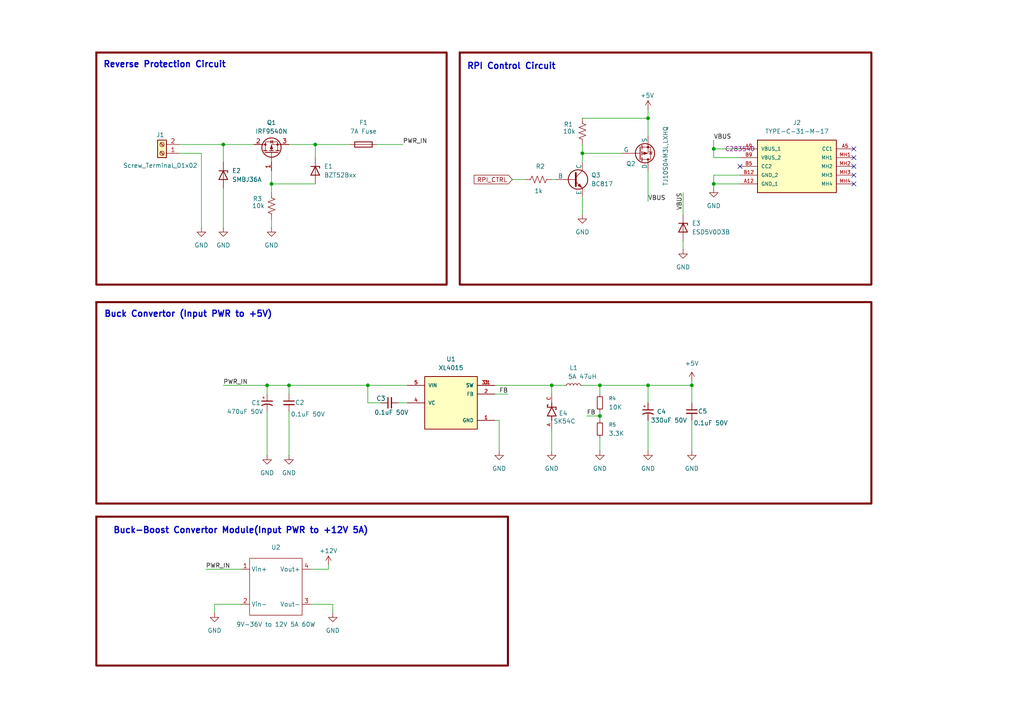
<source format=kicad_sch>
(kicad_sch (version 20250114) (generator "eeschema") (generator_version "9.0")
  (paper "A4")
  (lib_symbols
    (symbol "BC817:BC817_NPN_BJT" (pin_numbers (hide yes)) (pin_names (offset 0))
      (property "Reference" "Q" (at -2.54 7.62 0))
      (property "Value" "BC817_NPN_BJT" (at -2.54 5.08 0))
      (symbol "BC817_NPN_BJT_0_1"
        (polyline (pts (xy -2.54 0) (xy 0.635 0)) (stroke (width 0.1524)))
        (polyline (pts (xy 0.635 1.905) (xy 0.635 -1.905) (xy 0.635 -1.905)) (stroke (width 0.508)))
        (polyline (pts (xy 0.635 0.635) (xy 2.54 2.54)))
        (polyline (pts (xy 0.635 -0.635) (xy 2.54 -2.54) (xy 2.54 -2.54)))
        (circle (center 1.27 0) (radius 2.8194) (stroke (width 0.254)))
        (polyline (pts (xy 1.27 -1.778) (xy 1.778 -1.27) (xy 2.286 -2.286) (xy 1.27 -1.778) (xy 1.27 -1.778)) (fill (type outline)))
        (polyline (pts (xy 2.794 -1.27) (xy 2.794 -1.27)) (stroke (width 0.1524)))
        (polyline (pts (xy 2.794 -1.27) (xy 2.794 -1.27)) (stroke (width 0.1524)))
      )
      (symbol "BC817_NPN_BJT_1_1"
        (pin input line (at -5.08 0 0) (length 2.54) (name "B") (number "1"))
        (pin open_collector line (at 2.54 5.08 270) (length 2.54) (name "C") (number "3"))
        (pin open_emitter line (at 2.54 -5.08 90) (length 2.54) (name "E") (number "2"))
      )
    )
    (symbol "Connector:Screw_Terminal_01x02" (pin_names (offset 1.016) (hide yes))
      (property "Reference" "J" (at 0 2.54 0))
      (property "Value" "Screw_Terminal_01x02" (at 0 -5.08 0))
      (symbol "Screw_Terminal_01x02_1_1"
        (rectangle (start -1.27 1.27) (end 1.27 -3.81) (stroke (width 0.254)) (fill (type background)))
        (polyline (pts (xy -0.5334 0.3302) (xy 0.3302 -0.508)) (stroke (width 0.1524)))
        (polyline (pts (xy -0.5334 -2.2098) (xy 0.3302 -3.048)) (stroke (width 0.1524)))
        (polyline (pts (xy -0.3556 0.508) (xy 0.508 -0.3302)) (stroke (width 0.1524)))
        (polyline (pts (xy -0.3556 -2.032) (xy 0.508 -2.8702)) (stroke (width 0.1524)))
        (circle (center 0 0) (radius 0.635) (stroke (width 0.1524)))
        (circle (center 0 -2.54) (radius 0.635) (stroke (width 0.1524)))
        (pin passive line (at -5.08 0 0) (length 3.81) (name "Pin_1") (number "1"))
        (pin passive line (at -5.08 -2.54 0) (length 3.81) (name "Pin_2") (number "2"))
      )
    )
    (symbol "Device:C_Polarized_Small_US" (pin_numbers (hide yes)) (pin_names (offset 0.254) (hide yes))
      (property "Reference" "C" (at 0.254 1.778 0))
      (property "Value" "C_Polarized_Small_US" (at 0.254 -2.032 0))
      (symbol "C_Polarized_Small_US_0_1"
        (polyline (pts (xy -1.524 0.508) (xy 1.524 0.508)) (stroke (width 0.3048)))
        (polyline (pts (xy -1.27 1.524) (xy -0.762 1.524)))
        (polyline (pts (xy -1.016 1.27) (xy -1.016 1.778)))
        (arc (start -1.524 -0.762) (mid 0 -0.3734) (end 1.524 -0.762) (stroke (width 0.3048)))
      )
      (symbol "C_Polarized_Small_US_1_1"
        (pin passive line (at 0 2.54 270) (length 2.032) (name "~") (number "1"))
        (pin passive line (at 0 -2.54 90) (length 2.032) (name "~") (number "2"))
      )
    )
    (symbol "Device:C_Small" (pin_numbers (hide yes)) (pin_names (offset 0.254) (hide yes))
      (property "Reference" "C" (at 0.254 1.778 0))
      (property "Value" "C_Small" (at 0.254 -2.032 0))
      (symbol "C_Small_0_1"
        (polyline (pts (xy -1.524 0.508) (xy 1.524 0.508)) (stroke (width 0.3048)))
        (polyline (pts (xy -1.524 -0.508) (xy 1.524 -0.508)) (stroke (width 0.3302)))
      )
      (symbol "C_Small_1_1"
        (pin passive line (at 0 2.54 270) (length 2.032) (name "~") (number "1"))
        (pin passive line (at 0 -2.54 90) (length 2.032) (name "~") (number "2"))
      )
    )
    (symbol "Device:Fuse" (pin_numbers (hide yes)) (pin_names (offset 0))
      (property "Reference" "F" (at 2.032 0 90))
      (property "Value" "Fuse" (at -1.905 0 90))
      (symbol "Fuse_0_1"
        (rectangle (start -0.762 -2.54) (end 0.762 2.54) (stroke (width 0.254)))
        (polyline (pts (xy 0 2.54) (xy 0 -2.54)))
      )
      (symbol "Fuse_1_1"
        (pin passive line (at 0 3.81 270) (length 1.27) (name "~") (number "1"))
        (pin passive line (at 0 -3.81 90) (length 1.27) (name "~") (number "2"))
      )
    )
    (symbol "Device:L_Small" (pin_numbers (hide yes)) (pin_names (offset 0.254) (hide yes))
      (property "Reference" "L" (at 0.762 1.016 0))
      (property "Value" "L_Small" (at 0.762 -1.016 0))
      (symbol "L_Small_0_1"
        (arc (start 0 2.032) (mid 0.5058 1.524) (end 0 1.016))
        (arc (start 0 1.016) (mid 0.5058 0.508) (end 0 0))
        (arc (start 0 0) (mid 0.5058 -0.508) (end 0 -1.016))
        (arc (start 0 -1.016) (mid 0.5058 -1.524) (end 0 -2.032))
      )
      (symbol "L_Small_1_1"
        (pin passive line (at 0 2.54 270) (length 0.508) (name "~") (number "1"))
        (pin passive line (at 0 -2.54 90) (length 0.508) (name "~") (number "2"))
      )
    )
    (symbol "Device:R_Small" (pin_numbers (hide yes)) (pin_names (offset 0.254) (hide yes))
      (property "Reference" "R" (at 0 0 90))
      (property "Value" "R_Small" (at 1.778 0 90))
      (symbol "R_Small_0_1"
        (rectangle (start -0.762 1.778) (end 0.762 -1.778) (stroke (width 0.2032)))
      )
      (symbol "R_Small_1_1"
        (pin passive line (at 0 2.54 270) (length 0.762) (name "~") (number "1"))
        (pin passive line (at 0 -2.54 90) (length 0.762) (name "~") (number "2"))
      )
    )
    (symbol "Device:R_US" (pin_numbers (hide yes)) (pin_names (offset 0))
      (property "Reference" "R" (at 2.54 0 90))
      (property "Value" "R_US" (at -2.54 0 90))
      (symbol "R_US_0_1"
        (polyline (pts (xy 0 2.286) (xy 0 2.54)))
        (polyline (pts (xy 0 2.286) (xy 1.016 1.905) (xy 0 1.524) (xy -1.016 1.143) (xy 0 0.762)))
        (polyline (pts (xy 0 0.762) (xy 1.016 0.381) (xy 0 0) (xy -1.016 -0.381) (xy 0 -0.762)))
        (polyline (pts (xy 0 -0.762) (xy 1.016 -1.143) (xy 0 -1.524) (xy -1.016 -1.905) (xy 0 -2.286)))
        (polyline (pts (xy 0 -2.286) (xy 0 -2.54)))
      )
      (symbol "R_US_1_1"
        (pin passive line (at 0 3.81 270) (length 1.27) (name "~") (number "1"))
        (pin passive line (at 0 -3.81 90) (length 1.27) (name "~") (number "2"))
      )
    )
    (symbol "Diode:BZT52Bxx" (pin_numbers (hide yes)) (pin_names (hide yes))
      (property "Reference" "D" (at 0 2.54 0))
      (property "Value" "BZT52Bxx" (at 0 -2.54 0))
      (symbol "BZT52Bxx_0_1"
        (polyline (pts (xy -1.27 -1.27) (xy -1.27 1.27) (xy -0.762 1.27)) (stroke (width 0.254)))
        (polyline (pts (xy 1.27 0) (xy -1.27 0)))
        (polyline (pts (xy 1.27 -1.27) (xy 1.27 1.27) (xy -1.27 0) (xy 1.27 -1.27)) (stroke (width 0.254)))
      )
      (symbol "BZT52Bxx_1_1"
        (pin passive line (at -3.81 0 0) (length 2.54) (name "K") (number "1"))
        (pin passive line (at 3.81 0 180) (length 2.54) (name "A") (number "2"))
      )
    )
    (symbol "Diode:ESD5Zxx" (pin_numbers (hide yes)) (pin_names (hide yes))
      (property "Reference" "D" (at 0 2.54 0))
      (property "Value" "ESD5Zxx" (at 0 -2.54 0))
      (symbol "ESD5Zxx_0_1"
        (polyline (pts (xy -1.27 -1.27) (xy -1.27 1.27) (xy -0.762 1.27)) (stroke (width 0.254)))
        (polyline (pts (xy 1.27 0) (xy -1.27 0)))
        (polyline (pts (xy 1.27 -1.27) (xy 1.27 1.27) (xy -1.27 0) (xy 1.27 -1.27)) (stroke (width 0.254)))
      )
      (symbol "ESD5Zxx_1_1"
        (pin passive line (at -3.81 0 0) (length 2.54) (name "K") (number "1"))
        (pin passive line (at 3.81 0 180) (length 2.54) (name "A") (number "2"))
      )
    )
    (symbol "New_Library:Buck-Boost"
      (property "Reference" "U" (at 0 0 0))
      (symbol "Buck-Boost_1_1"
        (rectangle (start -7.62 8.255) (end 7.62 -8.255))
        (pin input line (at -10.16 5.08 0) (length 2.54) (name "Vin+") (number "1"))
        (pin input line (at -10.16 -5.08 0) (length 2.54) (name "Vin-") (number "2"))
        (pin output line (at 10.16 5.08 180) (length 2.54) (name "Vout+") (number "4"))
        (pin output line (at 10.16 -5.08 180) (length 2.54) (name "Vout-") (number "3"))
      )
    )
    (symbol "SK54C:SK54C" (pin_names (offset 1.016))
      (property "Reference" "D" (at -5.08 2.54 0))
      (property "Value" "SK54C" (at -5.08 -3.81 0))
      (symbol "SK54C_0_0"
        (polyline (pts (xy -2.54 0) (xy -1.27 0)) (stroke (width 0.254)))
        (polyline (pts (xy -1.27 1.27) (xy -1.27 0)) (stroke (width 0.254)))
        (polyline (pts (xy -1.27 0) (xy -1.27 -1.27)) (stroke (width 0.254)))
        (polyline (pts (xy -1.27 -1.27) (xy 1.27 0)) (stroke (width 0.254)))
        (polyline (pts (xy 0.635 -1.016) (xy 0.635 -1.27)) (stroke (width 0.254)))
        (polyline (pts (xy 1.27 1.27) (xy 1.27 0)) (stroke (width 0.254)))
        (polyline (pts (xy 1.27 0) (xy -1.27 1.27)) (stroke (width 0.254)))
        (polyline (pts (xy 1.27 0) (xy 1.27 -1.27)) (stroke (width 0.254)))
        (polyline (pts (xy 1.27 -1.27) (xy 0.635 -1.27)) (stroke (width 0.254)))
        (polyline (pts (xy 1.905 1.27) (xy 1.27 1.27)) (stroke (width 0.254)))
        (polyline (pts (xy 1.905 1.27) (xy 1.905 1.016)) (stroke (width 0.254)))
        (polyline (pts (xy 2.54 0) (xy 1.27 0)) (stroke (width 0.254)))
        (pin passive line (at -5.08 0 0) (length 2.54) (name "~") (number "A"))
        (pin passive line (at 5.08 0 180) (length 2.54) (name "~") (number "C"))
      )
    )
    (symbol "Simulation_SPICE:PMOS" (pin_numbers (hide yes)) (pin_names (offset 0))
      (property "Reference" "Q" (at 5.08 1.27 0))
      (property "Value" "PMOS" (at 5.08 -1.27 0))
      (symbol "PMOS_0_1"
        (polyline (pts (xy 0.254 1.905) (xy 0.254 -1.905)) (stroke (width 0.254)))
        (polyline (pts (xy 0.254 0) (xy -2.54 0)))
        (polyline (pts (xy 0.762 2.286) (xy 0.762 1.27)) (stroke (width 0.254)))
        (polyline (pts (xy 0.762 1.778) (xy 3.302 1.778) (xy 3.302 -1.778) (xy 0.762 -1.778)))
        (polyline (pts (xy 0.762 0.508) (xy 0.762 -0.508)) (stroke (width 0.254)))
        (polyline (pts (xy 0.762 -1.27) (xy 0.762 -2.286)) (stroke (width 0.254)))
        (circle (center 1.651 0) (radius 2.794) (stroke (width 0.254)))
        (polyline (pts (xy 2.286 0) (xy 1.27 0.381) (xy 1.27 -0.381) (xy 2.286 0)) (fill (type outline)))
        (polyline (pts (xy 2.54 2.54) (xy 2.54 1.778)))
        (circle (center 2.54 1.778) (radius 0.254) (fill (type outline)))
        (circle (center 2.54 -1.778) (radius 0.254) (fill (type outline)))
        (polyline (pts (xy 2.54 -2.54) (xy 2.54 0) (xy 0.762 0)))
        (polyline (pts (xy 2.794 -0.508) (xy 2.921 -0.381) (xy 3.683 -0.381) (xy 3.81 -0.254)))
        (polyline (pts (xy 3.302 -0.381) (xy 2.921 0.254) (xy 3.683 0.254) (xy 3.302 -0.381)))
      )
      (symbol "PMOS_1_1"
        (pin input line (at -5.08 0 0) (length 2.54) (name "G") (number "2"))
        (pin passive line (at 2.54 5.08 270) (length 2.54) (name "D") (number "1"))
        (pin passive line (at 2.54 -5.08 90) (length 2.54) (name "S") (number "3"))
      )
    )
    (symbol "TYPE-C-31-M-17:TYPE-C-31-M-17" (pin_names (offset 1.016))
      (property "Reference" "J2" (at 16.51 7.62 0))
      (property "Value" "TYPE-C-31-M-17" (at 16.51 5.08 0))
      (symbol "TYPE-C-31-M-17_0_0"
        (rectangle (start 5.08 -12.7) (end 27.94 2.54) (stroke (width 0.254)) (fill (type background)))
        (pin bidirectional line (at 0 0 0) (length 5.08) (name "VBUS_1") (number "A9"))
        (pin bidirectional line (at 0 -2.54 0) (length 5.08) (name "VBUS_2") (number "B9"))
        (pin bidirectional line (at 0 -5.08 0) (length 5.08) (name "CC2") (number "B5"))
        (pin bidirectional line (at 0 -7.62 0) (length 5.08) (name "GND_2") (number "B12"))
        (pin bidirectional line (at 0 -10.16 0) (length 5.08) (name "GND_1") (number "A12"))
        (pin bidirectional line (at 33.02 0 180) (length 5.08) (name "CC1") (number "A5"))
        (pin bidirectional line (at 33.02 -2.54 180) (length 5.08) (name "MH1") (number "MH1"))
        (pin bidirectional line (at 33.02 -5.08 180) (length 5.08) (name "MH2") (number "MH2"))
        (pin bidirectional line (at 33.02 -7.62 180) (length 5.08) (name "MH3") (number "MH3"))
        (pin bidirectional line (at 33.02 -10.16 180) (length 5.08) (name "MH4") (number "MH4"))
      )
    )
    (symbol "Transistor_FET:IRF9540N" (pin_names (hide yes))
      (property "Reference" "Q" (at 5.08 1.905 0))
      (property "Value" "IRF9540N" (at 5.08 0 0))
      (symbol "IRF9540N_0_1"
        (polyline (pts (xy 0.254 1.905) (xy 0.254 -1.905)) (stroke (width 0.254)))
        (polyline (pts (xy 0.254 0) (xy -2.54 0)))
        (polyline (pts (xy 0.762 2.286) (xy 0.762 1.27)) (stroke (width 0.254)))
        (polyline (pts (xy 0.762 1.778) (xy 3.302 1.778) (xy 3.302 -1.778) (xy 0.762 -1.778)))
        (polyline (pts (xy 0.762 0.508) (xy 0.762 -0.508)) (stroke (width 0.254)))
        (polyline (pts (xy 0.762 -1.27) (xy 0.762 -2.286)) (stroke (width 0.254)))
        (circle (center 1.651 0) (radius 2.794) (stroke (width 0.254)))
        (polyline (pts (xy 2.286 0) (xy 1.27 0.381) (xy 1.27 -0.381) (xy 2.286 0)) (fill (type outline)))
        (polyline (pts (xy 2.54 2.54) (xy 2.54 1.778)))
        (circle (center 2.54 1.778) (radius 0.254) (fill (type outline)))
        (circle (center 2.54 -1.778) (radius 0.254) (fill (type outline)))
        (polyline (pts (xy 2.54 -2.54) (xy 2.54 0) (xy 0.762 0)))
        (polyline (pts (xy 2.794 -0.508) (xy 2.921 -0.381) (xy 3.683 -0.381) (xy 3.81 -0.254)))
        (polyline (pts (xy 3.302 -0.381) (xy 2.921 0.254) (xy 3.683 0.254) (xy 3.302 -0.381)))
      )
      (symbol "IRF9540N_1_1"
        (pin input line (at -5.08 0 0) (length 2.54) (name "G") (number "1"))
        (pin passive line (at 2.54 5.08 270) (length 2.54) (name "D") (number "2"))
        (pin passive line (at 2.54 -5.08 90) (length 2.54) (name "S") (number "3"))
      )
    )
    (symbol "XL4015:XL4015" (pin_names (offset 1.016))
      (property "Reference" "U" (at -7.62 8.89 0))
      (property "Value" "XL4015" (at -7.62 -9.906 0))
      (symbol "XL4015_0_0"
        (rectangle (start -7.62 -7.62) (end 7.62 7.62) (stroke (width 0.254)) (fill (type background)))
        (pin input line (at -12.7 5.08 0) (length 5.08) (name "VIN") (number "5"))
        (pin passive line (at -12.7 0 0) (length 5.08) (name "VC") (number "4"))
        (pin output line (at 12.7 5.08 180) (length 5.08) (name "SW") (number "3"))
        (pin output line (at 12.7 5.08 180) (length 5.08) (name "SW") (number "3.1"))
        (pin input line (at 12.7 2.54 180) (length 5.08) (name "FB") (number "2"))
        (pin power_in line (at 12.7 -5.08 180) (length 5.08) (name "GND") (number "1"))
      )
    )
    (symbol "power:+12V" (power) (pin_numbers (hide yes)) (pin_names (offset 0) (hide yes))
      (property "Value" "+12V" (at 0 3.556 0))
      (symbol "+12V_0_1"
        (polyline (pts (xy -0.762 1.27) (xy 0 2.54)))
        (polyline (pts (xy 0 2.54) (xy 0.762 1.27)))
        (polyline (pts (xy 0 0) (xy 0 2.54)))
      )
      (symbol "+12V_1_1"
        (pin power_in line (at 0 0 90) (length 0) (name "~") (number "1"))
      )
    )
    (symbol "power:+5V" (power) (pin_numbers (hide yes)) (pin_names (offset 0) (hide yes))
      (property "Value" "+5V" (at 0 3.556 0))
      (symbol "+5V_0_1"
        (polyline (pts (xy -0.762 1.27) (xy 0 2.54)))
        (polyline (pts (xy 0 2.54) (xy 0.762 1.27)))
        (polyline (pts (xy 0 0) (xy 0 2.54)))
      )
      (symbol "+5V_1_1"
        (pin power_in line (at 0 0 90) (length 0) (name "~") (number "1"))
      )
    )
    (symbol "power:GND" (power) (pin_numbers (hide yes)) (pin_names (offset 0) (hide yes))
      (property "Value" "GND" (at 0 -3.81 0))
      (symbol "GND_0_1"
        (polyline (pts (xy 0 0) (xy 0 -1.27) (xy 1.27 -1.27) (xy 0 -2.54) (xy -1.27 -1.27) (xy 0 -1.27)))
      )
      (symbol "GND_1_1"
        (pin power_in line (at 0 0 270) (length 0) (name "~") (number "1"))
      )
    )
  )
  (rectangle (start 27.94 15.24) (end 129.54 82.55) (stroke (width 0.5842) (color 110 0 0 1)))
  (rectangle (start 27.94 87.63) (end 252.73 146.05) (stroke (width 0.5842) (color 110 0 0 1)))
  (rectangle (start 27.94 149.86) (end 147.32 193.04) (stroke (width 0.5842) (color 110 0 0 1)))
  (rectangle (start 133.35 15.24) (end 252.73 82.55) (stroke (width 0.5842) (color 110 0 0 1)))
  (text "Buck Convertor (Input PWR to +5V)" (at 54.61 91.186 0) (effects (font (size 1.778 1.778) (thickness 0.3556) (bold yes))))
  (text "Buck-Boost Convertor Module(Input PWR to +12V 5A)" (at 69.85 153.924 0) (effects (font (size 1.778 1.778) (thickness 0.3556) (bold yes))))
  (text "Reverse Protection Circuit" (at 47.752 18.796 0) (effects (font (size 1.778 1.778) (thickness 0.3556) (bold yes))))
  (text "RPI Control Circuit" (at 148.336 19.304 0) (effects (font (size 1.778 1.778) (thickness 0.3556) (bold yes))))
  (junction (at 187.96 111.76))
  (junction (at 106.68 111.76))
  (junction (at 160.02 111.76))
  (junction (at 207.01 53.34))
  (junction (at 173.99 120.65))
  (junction (at 173.99 111.76))
  (junction (at 91.44 41.91))
  (junction (at 200.66 111.76))
  (junction (at 77.47 111.76))
  (junction (at 64.77 41.91))
  (junction (at 187.96 34.29))
  (junction (at 78.74 53.34))
  (junction (at 168.91 44.45))
  (junction (at 207.01 43.18))
  (junction (at 83.82 111.76))
  (no_connect (at 247.65 50.8))
  (no_connect (at 214.63 48.26))
  (no_connect (at 247.65 53.34))
  (no_connect (at 247.65 48.26))
  (no_connect (at 247.65 43.18))
  (no_connect (at 247.65 45.72))
  (wire (pts (xy 64.77 111.76) (xy 77.47 111.76)))
  (wire (pts (xy 58.42 44.45) (xy 58.42 66.04)))
  (wire (pts (xy 64.77 54.61) (xy 64.77 66.04)))
  (wire (pts (xy 207.01 50.8) (xy 207.01 53.34)))
  (wire (pts (xy 110.49 116.84) (xy 106.68 116.84)))
  (wire (pts (xy 207.01 45.72) (xy 214.63 45.72)))
  (wire (pts (xy 168.91 34.29) (xy 187.96 34.29)))
  (wire (pts (xy 78.74 53.34) (xy 78.74 55.88)))
  (wire (pts (xy 200.66 116.84) (xy 200.66 111.76)))
  (wire (pts (xy 187.96 121.92) (xy 187.96 130.81)))
  (wire (pts (xy 144.78 121.92) (xy 144.78 130.81)))
  (wire (pts (xy 198.12 69.85) (xy 198.12 72.39)))
  (wire (pts (xy 168.91 44.45) (xy 168.91 46.99)))
  (wire (pts (xy 173.99 120.65) (xy 173.99 121.92)))
  (wire (pts (xy 168.91 44.45) (xy 180.34 44.45)))
  (wire (pts (xy 106.68 111.76) (xy 118.11 111.76)))
  (wire (pts (xy 115.57 116.84) (xy 118.11 116.84)))
  (wire (pts (xy 207.01 50.8) (xy 214.63 50.8)))
  (wire (pts (xy 207.01 53.34) (xy 214.63 53.34)))
  (wire (pts (xy 173.99 119.38) (xy 173.99 120.65)))
  (wire (pts (xy 200.66 121.92) (xy 200.66 130.81)))
  (wire (pts (xy 52.07 44.45) (xy 58.42 44.45)))
  (wire (pts (xy 64.77 41.91) (xy 64.77 46.99)))
  (wire (pts (xy 148.59 52.07) (xy 152.4 52.07)))
  (wire (pts (xy 91.44 41.91) (xy 91.44 45.72)))
  (wire (pts (xy 77.47 111.76) (xy 83.82 111.76)))
  (wire (pts (xy 95.25 163.83) (xy 95.25 165.1)))
  (wire (pts (xy 160.02 52.07) (xy 161.29 52.07)))
  (wire (pts (xy 207.01 53.34) (xy 207.01 54.61)))
  (wire (pts (xy 168.91 57.15) (xy 168.91 62.23)))
  (wire (pts (xy 207.01 43.18) (xy 214.63 43.18)))
  (wire (pts (xy 198.12 55.88) (xy 198.12 62.23)))
  (wire (pts (xy 77.47 119.38) (xy 77.47 132.08)))
  (wire (pts (xy 91.44 41.91) (xy 101.6 41.91)))
  (wire (pts (xy 106.68 111.76) (xy 106.68 116.84)))
  (wire (pts (xy 160.02 111.76) (xy 163.83 111.76)))
  (wire (pts (xy 173.99 111.76) (xy 173.99 114.3)))
  (wire (pts (xy 52.07 41.91) (xy 64.77 41.91)))
  (wire (pts (xy 90.17 175.26) (xy 96.52 175.26)))
  (wire (pts (xy 187.96 31.75) (xy 187.96 34.29)))
  (wire (pts (xy 173.99 130.81) (xy 173.99 127)))
  (wire (pts (xy 109.22 41.91) (xy 116.84 41.91)))
  (wire (pts (xy 160.02 111.76) (xy 160.02 114.3)))
  (wire (pts (xy 78.74 53.34) (xy 91.44 53.34)))
  (wire (pts (xy 69.85 175.26) (xy 62.23 175.26)))
  (wire (pts (xy 143.51 114.3) (xy 147.32 114.3)))
  (wire (pts (xy 59.69 165.1) (xy 69.85 165.1)))
  (wire (pts (xy 78.74 63.5) (xy 78.74 66.04)))
  (wire (pts (xy 207.01 40.64) (xy 207.01 43.18)))
  (wire (pts (xy 64.77 41.91) (xy 73.66 41.91)))
  (wire (pts (xy 168.91 41.91) (xy 168.91 44.45)))
  (wire (pts (xy 187.96 34.29) (xy 187.96 39.37)))
  (wire (pts (xy 143.51 111.76) (xy 160.02 111.76)))
  (wire (pts (xy 207.01 45.72) (xy 207.01 43.18)))
  (wire (pts (xy 96.52 175.26) (xy 96.52 177.8)))
  (wire (pts (xy 200.66 110.49) (xy 200.66 111.76)))
  (wire (pts (xy 144.78 121.92) (xy 143.51 121.92)))
  (wire (pts (xy 83.82 111.76) (xy 106.68 111.76)))
  (wire (pts (xy 83.82 119.38) (xy 83.82 132.08)))
  (wire (pts (xy 187.96 49.53) (xy 187.96 58.42)))
  (wire (pts (xy 160.02 124.46) (xy 160.02 130.81)))
  (wire (pts (xy 77.47 111.76) (xy 77.47 114.3)))
  (wire (pts (xy 78.74 49.53) (xy 78.74 53.34)))
  (wire (pts (xy 170.18 120.65) (xy 173.99 120.65)))
  (wire (pts (xy 90.17 165.1) (xy 95.25 165.1)))
  (wire (pts (xy 168.91 111.76) (xy 173.99 111.76)))
  (wire (pts (xy 187.96 116.84) (xy 187.96 111.76)))
  (wire (pts (xy 187.96 111.76) (xy 200.66 111.76)))
  (wire (pts (xy 173.99 111.76) (xy 187.96 111.76)))
  (wire (pts (xy 83.82 41.91) (xy 91.44 41.91)))
  (wire (pts (xy 62.23 175.26) (xy 62.23 177.8)))
  (wire (pts (xy 83.82 111.76) (xy 83.82 114.3)))
  (label "FB" (at 170.18 120.65 0))
  (label "PWR_IN" (at 64.77 111.76 0))
  (label "VBUS" (at 187.96 58.42 0))
  (label "PWR_IN" (at 116.84 41.91 0))
  (label "VBUS" (at 198.12 60.96 90))
  (label "PWR_IN" (at 59.69 165.1 0))
  (label "FB" (at 144.78 114.3 0))
  (label "VBUS" (at 207.01 40.64 0))
  (global_label "RPI_CTRL" (shape input) (at 148.59 52.07 180) (property "Intersheetrefs" "${INTERSHEET_REFS}" (effects (hide yes))))
  (symbol (lib_id "Device:R_US") (at 156.21 52.07 270) (unit 1)
    (property "Reference" "R2" (at 156.718 48.26 90))
    (property "Value" "1k" (at 156.21 55.372 90))
    (property "Footprint" "Resistor_SMD:R_0805_2012Metric" (effects (hide yes)))
    (property "Description" "125mW Thick Film Resistors 150V ±100ppm/℃ ±1% 1kΩ 0805 Chip Resistor - Surface Mount ROHS" (effects (hide yes)))
    (property "LCSC Part no " "C95781" (effects (hide yes)))
  )
  (symbol (lib_id "New_Library:Buck-Boost") (at 80.01 170.18 0) (unit 1)
    (property "Reference" "U2" (at 80.01 158.75 0))
    (property "Value" "9V-36V to 12V 5A 60W" (at 80.01 181.102 0))
    (property "Footprint" "TerminalBlock:TerminalBlock_MaiXu_MX126-5.0-04P_1x04_P5.00mm" (effects (hide yes)))
    (property "Datasheet" "Buck-boost Covertor" (effects (hide yes)))
    (property "Description" "Buck-boost Covertor" (effects (hide yes)))
    (property "Link" "https://www.amazon.in/DROK-Converter-Waterproof-Transformer-Television/dp/B0B6VK8BPN?th=1" (effects (hide yes)))
    (property "LCSC Part no " "C424682" (effects (hide yes)))
  )
  (symbol (lib_id "power:+12V") (at 95.25 163.83 0) (unit 1)
    (property "Reference" "#PWR0103" (effects (hide yes)))
    (property "Value" "+12V" (at 95.25 159.766 0))
    (property "Description" "Power symbol creates a global label with name \"+12V\"" (effects (hide yes)))
  )
  (symbol (lib_id "power:GND") (at 96.52 177.8 0) (unit 1)
    (property "Reference" "#PWR055" (effects (hide yes)))
    (property "Value" "GND" (at 96.52 182.88 0))
    (property "Description" "Power symbol creates a global label with name \"GND\" , ground" (effects (hide yes)))
  )
  (symbol (lib_id "SK54C:SK54C") (at 160.02 119.38 90) (unit 1)
    (property "Reference" "E4" (at 162.052 119.888 90) (effects (justify right)))
    (property "Value" "SK54C" (at 160.528 122.174 90) (effects (justify right)))
    (property "Footprint" "SK54C:DIO_SK54C" (effects (hide yes)))
    (property "Description" "Independent Type 5A 550mV@5A 40V SMC Diodes - General Purpose ROHS" (effects (hide yes)))
    (property "MF" "Taiwan Semiconductor" (effects (hide yes)))
    (property "MAXIMUM_PACKAGE_HEIGHT" "2.65mm" (effects (hide yes)))
    (property "Package" "DO-214AB-2 Taiwan Semiconductor" (effects (hide yes)))
    (property "Price" "None" (effects (hide yes)))
    (property "Check_prices" "https://www.snapeda.com/parts/SK54C/taiwan/view-part/?ref=eda" (effects (hide yes)))
    (property "STANDARD" "Manufacturer Recommendations" (effects (hide yes)))
    (property "PARTREV" "S2311" (effects (hide yes)))
    (property "SnapEDA_Link" "https://www.snapeda.com/parts/SK54C/taiwan/view-part/?ref=snap" (effects (hide yes)))
    (property "MP" "SK54C" (effects (hide yes)))
    (property "Description_1" "5A, 40V, Schottky Rectifier" (effects (hide yes)))
    (property "Availability" "In Stock" (effects (hide yes)))
    (property "MANUFACTURER" "Taiwan Semiconductor" (effects (hide yes)))
    (property "LCSC Part no " "C5449119" (effects (hide yes)))
  )
  (symbol (lib_id "XL4015:XL4015") (at 130.81 116.84 0) (unit 1)
    (property "Reference" "U1" (at 130.81 104.14 0))
    (property "Value" "XL4015" (at 130.81 106.68 0))
    (property "Footprint" "XL4015:CONV_XL4015" (effects (hide yes)))
    (property "MF" "XLSEMI" (effects (hide yes)))
    (property "MAXIMUM_PACKAGE_HEIGHT" "4.77mm" (effects (hide yes)))
    (property "Package" "None" (effects (hide yes)))
    (property "Price" "None" (effects (hide yes)))
    (property "Check_prices" "https://www.snapeda.com/parts/XL4015/XLSEMI/view-part/?ref=eda" (effects (hide yes)))
    (property "STANDARD" "Manufacturer Recommendations" (effects (hide yes)))
    (property "PARTREV" "1.5" (effects (hide yes)))
    (property "SnapEDA_Link" "https://www.snapeda.com/parts/XL4015/XLSEMI/view-part/?ref=snap" (effects (hide yes)))
    (property "MP" "XL4015" (effects (hide yes)))
    (property "Description_1" "5A 180KHz 36V Buck DC to DC Converter" (effects (hide yes)))
    (property "Availability" "Not in stock" (effects (hide yes)))
    (property "MANUFACTURER" "XLSEMI" (effects (hide yes)))
    (property "LCSC Part no " "C51661" (effects (hide yes)))
  )
  (symbol (lib_id "BC817:BC817_NPN_BJT") (at 166.37 52.07 0) (unit 1)
    (property "Reference" "Q3" (at 171.45 50.7999 0) (effects (justify left)))
    (property "Value" "BC817" (at 171.45 53.3399 0) (effects (justify left)))
    (property "Footprint" "Package_TO_SOT_SMD:SOT-23" (effects (hide yes)))
    (property "Datasheet" "https://ngspice.sourceforge.io/docs/ngspice-html-manual/manual.xhtml#cha_BJTs" (effects (hide yes)))
    (property "Description" "Bipolar transistor symbol for simulation only, substrate tied to the emitter" (effects (hide yes)))
    (property "Sim.Device" "NPN" (effects (hide yes)))
    (property "Sim.Type" "GUMMELPOON" (effects (hide yes)))
    (property "Sim.Pins" "1=C 2=B 3=E" (effects (hide yes)))
    (property "LCSC Part no " "C39828" (effects (hide yes)))
  )
  (symbol (lib_id "Connector:Screw_Terminal_01x02") (at 46.99 44.45 180) (unit 1)
    (property "Reference" "J1" (at 46.482 39.116 0))
    (property "Value" "Screw_Terminal_01x02" (at 46.482 48.006 0))
    (property "Footprint" "TerminalBlock_RND:TerminalBlock_RND_205-00023_1x02_P10.00mm_Horizontal" (effects (hide yes)))
    (property "Description" "Generic screw terminal, single row, 01x02, script generated (kicad-library-utils/schlib/autogen/connector/)" (effects (hide yes)))
    (property "LCSC Part no " "C5168775" (effects (hide yes)))
  )
  (symbol (lib_id "power:GND") (at 207.01 54.61 0) (unit 1)
    (property "Reference" "#PWR089" (effects (hide yes)))
    (property "Value" "GND" (at 207.01 59.69 0))
    (property "Description" "Power symbol creates a global label with name \"GND\" , ground" (effects (hide yes)))
  )
  (symbol (lib_id "power:GND") (at 200.66 130.81 0) (unit 1)
    (property "Reference" "#PWR013" (effects (hide yes)))
    (property "Value" "GND" (at 200.66 135.89 0))
    (property "Description" "Power symbol creates a global label with name \"GND\" , ground" (effects (hide yes)))
  )
  (symbol (lib_id "Diode:ESD5Zxx") (at 64.77 50.8 270) (unit 1)
    (property "Reference" "E2" (at 67.31 49.5299 90) (effects (justify left)))
    (property "Value" "SMBJ36A" (at 67.31 52.0699 90) (effects (justify left)))
    (property "Footprint" "Diode_SMD:D_SMB" (effects (hide yes)))
    (property "Datasheet" "https://www.lcsc.com/datasheet/lcsc_datasheet_2501071555_hongjiacheng-SMBJ36A_C19077588.pdf" (effects (hide yes)))
    (property "Description" "10.3A 58.1V 600W 40V Unidirectional 36V SMB ESD and Surge Protection (TVS/ESD) ROHS" (effects (hide yes)))
    (property "LCSC Part no " "C19077588" (effects (hide yes)))
  )
  (symbol (lib_id "Device:C_Small") (at 200.66 119.38 0) (unit 1)
    (property "Reference" "C5" (at 202.4341 119.2995 0) (effects (justify left)))
    (property "Value" "0.1uF 50V" (at 201.168 122.682 0) (effects (justify left)))
    (property "Footprint" "Capacitor_SMD:C_0805_2012Metric_Pad1.18x1.45mm_HandSolder" (effects (hide yes)))
    (property "Description" "50V 0.1uF X7R ±10% 0805 Multilayer Ceramic Capacitors MLCC - SMD/SMT ROHS" (effects (hide yes)))
    (property "LCSC Part no " "C3011704" (effects (hide yes)))
  )
  (symbol (lib_id "Device:L_Small") (at 166.37 111.76 90) (unit 1)
    (property "Reference" "L1" (at 166.37 106.68 90))
    (property "Value" "5A 47uH" (at 168.91 109.22 90))
    (property "Footprint" "Inductor_SMD:L_Chilisin_BMRG00131360" (effects (hide yes)))
    (property "Description" "5A 47uH Integrated molded inductor ±20% SMD,13.8x12.6x6.5mm Power Inductors ROHS" (effects (hide yes)))
    (property "LCSC Part no " "C497913" (effects (hide yes)))
  )
  (symbol (lib_id "Simulation_SPICE:PMOS") (at 185.42 44.45 0) (mirror x) (unit 1)
    (property "Reference" "Q2" (at 181.61 47.498 0) (effects (justify left)))
    (property "Value" "TJ10S04M3L,LXHQ" (at 193.04 36.576 90) (effects (justify left)))
    (property "Footprint" "Package_TO_SOT_SMD:TO-252-2" (effects (hide yes)))
    (property "Datasheet" "https://ngspice.sourceforge.io/docs/ngspice-html-manual/manual.xhtml#cha_MOSFETs" (effects (hide yes)))
    (property "Description" "P-Channel 40 V 10A (Ta) 27W (Tc) Surface Mount DPAK+" (effects (hide yes)))
    (property "Sim.Device" "PMOS" (effects (hide yes)))
    (property "Sim.Type" "VDMOS" (effects (hide yes)))
    (property "Sim.Pins" "1=D 2=G 3=S" (effects (hide yes)))
    (property "LCSC Part no " "C41355200" (effects (hide yes)))
    (property "Digikey Part No" "TJ10S04M3L,LXHQ" (effects (hide yes)))
  )
  (symbol (lib_id "power:GND") (at 78.74 66.04 0) (unit 1)
    (property "Reference" "#PWR06" (effects (hide yes)))
    (property "Value" "GND" (at 78.74 71.12 0))
    (property "Description" "Power symbol creates a global label with name \"GND\" , ground" (effects (hide yes)))
  )
  (symbol (lib_id "TYPE-C-31-M-17:TYPE-C-31-M-17") (at 214.63 43.18 0) (unit 1)
    (property "Reference" "J2" (at 231.14 35.56 0))
    (property "Value" "TYPE-C-31-M-17" (at 231.14 38.1 0))
    (property "Footprint" "TYPE-C-31-M-17:TYPEC31M17" (effects (hide yes)))
    (property "MF" "HRO Electronics Co., Ltd." (effects (hide yes)))
    (property "DESCRIPTION" "TYPE-C-31-M-17 HROPARTS" (effects (hide yes)))
    (property "PACKAGE" "Package" (effects (hide yes)))
    (property "PRICE" "None" (effects (hide yes)))
    (property "Package" "Package" (effects (hide yes)))
    (property "Check_prices" "https://www.snapeda.com/parts/TYPE-C-31-M-17/HRO+Electronics+Co.%252C+Ltd./view-part/?ref=eda" (effects (hide yes)))
    (property "Price" "None" (effects (hide yes)))
    (property "SnapEDA_Link" "https://www.snapeda.com/parts/TYPE-C-31-M-17/HRO+Electronics+Co.%252C+Ltd./view-part/?ref=snap" (effects (hide yes)))
    (property "MP" "TYPE-C-31-M-17" (effects (hide yes)))
    (property "Availability" "Not in stock" (effects (hide yes)))
    (property "AVAILABILITY" "In Stock" (effects (hide yes)))
    (property "Description_1" "TYPE-C-31-M-17 HROPARTS" (effects (hide yes)))
    (property "LCSC Part no " "C283540" (at 214.63 43.18 0))
  )
  (symbol (lib_id "Device:C_Small") (at 113.03 116.84 90) (unit 1)
    (property "Reference" "C3" (at 110.49 115.57 90))
    (property "Value" "0.1uF 50V" (at 113.538 119.634 90))
    (property "Footprint" "Capacitor_SMD:C_0805_2012Metric_Pad1.18x1.45mm_HandSolder" (effects (hide yes)))
    (property "Description" "50V 0.1uF X7R ±10% 0805 Multilayer Ceramic Capacitors MLCC - SMD/SMT ROHS" (effects (hide yes)))
    (property "LCSC Part no " "C3011704" (effects (hide yes)))
  )
  (symbol (lib_id "power:GND") (at 83.82 132.08 0) (unit 1)
    (property "Reference" "#PWR015" (effects (hide yes)))
    (property "Value" "GND" (at 83.82 137.16 0))
    (property "Description" "Power symbol creates a global label with name \"GND\" , ground" (effects (hide yes)))
  )
  (symbol (lib_id "Diode:BZT52Bxx") (at 91.44 49.53 270) (unit 1)
    (property "Reference" "E1" (at 93.98 48.2599 90) (effects (justify left)))
    (property "Value" "BZT52Bxx" (at 93.98 50.7999 90) (effects (justify left)))
    (property "Footprint" "Diode_SMD:D_SOD-123F" (effects (hide yes)))
    (property "Datasheet" "https://diotec.com/tl_files/diotec/files/pdf/datasheets/bzt52b2v4.pdf" (effects (hide yes)))
    (property "Description" "500mW Zener Diode, SOD-123F" (effects (hide yes)))
    (property "LCSC Part no " "C3028973" (effects (hide yes)))
  )
  (symbol (lib_id "power:GND") (at 187.96 130.81 0) (unit 1)
    (property "Reference" "#PWR012" (effects (hide yes)))
    (property "Value" "GND" (at 187.96 135.89 0))
    (property "Description" "Power symbol creates a global label with name \"GND\" , ground" (effects (hide yes)))
  )
  (symbol (lib_id "Device:R_Small") (at 173.99 124.46 0) (unit 1)
    (property "Reference" "R5" (at 176.53 123.1899 0) (effects (font (size 1.016 1.016)) (justify left)))
    (property "Value" "3.3K" (at 176.53 125.7299 0) (effects (justify left)))
    (property "Footprint" "Capacitor_SMD:C_0805_2012Metric_Pad1.18x1.45mm_HandSolder" (effects (hide yes)))
    (property "Description" "Resistor, small symbol" (effects (hide yes)))
    (property "LCSC Part no " "C114531" (effects (hide yes)))
  )
  (symbol (lib_id "Device:R_US") (at 78.74 59.69 180) (unit 1)
    (property "Reference" "R3" (at 74.676 57.658 0))
    (property "Value" "10k" (at 74.93 59.69 0))
    (property "Footprint" "Resistor_SMD:R_0805_2012Metric" (effects (hide yes)))
    (property "Description" "125mW Thick Film Resistors 150V ±100ppm/℃ ±1% 10kΩ 0805 Chip Resistor - Surface Mount ROHS" (effects (hide yes)))
    (property "LCSC Part no " "C84376" (effects (hide yes)))
  )
  (symbol (lib_id "power:GND") (at 198.12 72.39 0) (unit 1)
    (property "Reference" "#PWR03" (effects (hide yes)))
    (property "Value" "GND" (at 198.12 77.47 0))
    (property "Description" "Power symbol creates a global label with name \"GND\" , ground" (effects (hide yes)))
  )
  (symbol (lib_id "power:GND") (at 77.47 132.08 0) (unit 1)
    (property "Reference" "#PWR014" (effects (hide yes)))
    (property "Value" "GND" (at 77.47 137.16 0))
    (property "Description" "Power symbol creates a global label with name \"GND\" , ground" (effects (hide yes)))
  )
  (symbol (lib_id "power:GND") (at 144.78 130.81 0) (unit 1)
    (property "Reference" "#PWR09" (effects (hide yes)))
    (property "Value" "GND" (at 144.78 135.89 0))
    (property "Description" "Power symbol creates a global label with name \"GND\" , ground" (effects (hide yes)))
  )
  (symbol (lib_id "Device:R_Small") (at 173.99 116.84 0) (unit 1)
    (property "Reference" "R4" (at 176.53 115.5699 0) (effects (font (size 1.016 1.016)) (justify left)))
    (property "Value" "10K" (at 176.53 118.1099 0) (effects (justify left)))
    (property "Footprint" "Capacitor_SMD:C_0805_2012Metric_Pad1.18x1.45mm_HandSolder" (effects (hide yes)))
    (property "Description" "Resistor, small symbol" (effects (hide yes)))
    (property "LCSC Part no " "C84376" (effects (hide yes)))
  )
  (symbol (lib_id "Device:C_Polarized_Small_US") (at 77.47 116.84 0) (unit 1)
    (property "Reference" "C1" (at 72.898 116.84 0) (effects (justify left)))
    (property "Value" "470uF 50V" (at 65.786 119.38 0) (effects (justify left)))
    (property "Footprint" "Capacitor_SMD:CP_Elec_10x12.5" (effects (hide yes)))
    (property "Description" "470uF 50V 530mA@120Hz ±20% SMD,D12.5xL13.5mm Aluminum Electrolytic Capacitors - SMD ROHS" (effects (hide yes)))
    (property "LCSC Part no " "C90272" (effects (hide yes)))
  )
  (symbol (lib_id "power:GND") (at 64.77 66.04 0) (unit 1)
    (property "Reference" "#PWR05" (effects (hide yes)))
    (property "Value" "GND" (at 64.77 71.12 0))
    (property "Description" "Power symbol creates a global label with name \"GND\" , ground" (effects (hide yes)))
  )
  (symbol (lib_id "Device:R_US") (at 168.91 38.1 180) (unit 1)
    (property "Reference" "R1" (at 164.846 36.068 0))
    (property "Value" "10k" (at 165.1 38.1 0))
    (property "Footprint" "Resistor_SMD:R_0805_2012Metric" (effects (hide yes)))
    (property "Description" "125mW Thick Film Resistors 150V ±100ppm/℃ ±1% 10kΩ 0805 Chip Resistor - Surface Mount ROHS" (effects (hide yes)))
    (property "LCSC Part no " "C84376" (effects (hide yes)))
  )
  (symbol (lib_id "Transistor_FET:IRF9540N") (at 78.74 44.45 90) (unit 1)
    (property "Reference" "Q1" (at 78.74 35.56 90))
    (property "Value" "IRF9540N" (at 78.74 38.1 90))
    (property "Footprint" "Package_TO_SOT_THT:TO-220-3_Vertical" (effects (hide yes)))
    (property "Datasheet" "http://www.irf.com/product-info/datasheets/data/irf9540n.pdf" (effects (hide yes)))
    (property "Description" "-23A Id, -100V Vds, 117mOhm Rds, P-Channel HEXFET Power MOSFET, TO-220" (effects (hide yes)))
    (property "LCSC Part no " "C2575" (effects (hide yes)))
  )
  (symbol (lib_id "power:GND") (at 173.99 130.81 0) (unit 1)
    (property "Reference" "#PWR011" (effects (hide yes)))
    (property "Value" "GND" (at 173.99 135.89 0))
    (property "Description" "Power symbol creates a global label with name \"GND\" , ground" (effects (hide yes)))
  )
  (symbol (lib_id "power:+5V") (at 200.66 110.49 0) (unit 1)
    (property "Reference" "#PWR08" (effects (hide yes)))
    (property "Value" "+5V" (at 200.66 105.41 0))
    (property "Description" "Power symbol creates a global label with name \"+5V\"" (effects (hide yes)))
  )
  (symbol (lib_id "power:GND") (at 160.02 130.81 0) (unit 1)
    (property "Reference" "#PWR010" (effects (hide yes)))
    (property "Value" "GND" (at 160.02 135.89 0))
    (property "Description" "Power symbol creates a global label with name \"GND\" , ground" (effects (hide yes)))
  )
  (symbol (lib_id "power:GND") (at 62.23 177.8 0) (unit 1)
    (property "Reference" "#PWR07" (effects (hide yes)))
    (property "Value" "GND" (at 62.23 182.88 0))
    (property "Description" "Power symbol creates a global label with name \"GND\" , ground" (effects (hide yes)))
  )
  (symbol (lib_id "Device:Fuse") (at 105.41 41.91 90) (unit 1)
    (property "Reference" "F1" (at 105.41 35.56 90))
    (property "Value" "7A Fuse" (at 105.41 38.1 90))
    (property "Footprint" "Fuse:Fuseholder_Clip-5x20mm_Eaton_1A5601-01_Inline_P20.80x6.76mm_D1.70mm_Horizontal" (effects (hide yes)))
    (property "Description" "Glass Tube Fuse 7A Plugin,D5xL20mm Disposable fuses ROHS" (effects (hide yes)))
    (property "LCSC Part no " "C5381734" (effects (hide yes)))
  )
  (symbol (lib_id "power:+5V") (at 187.96 31.75 0) (unit 1)
    (property "Reference" "#PWR01" (effects (hide yes)))
    (property "Value" "+5V" (at 187.706 27.686 0))
    (property "Description" "Power symbol creates a global label with name \"+5V\"" (effects (hide yes)))
  )
  (symbol (lib_id "power:GND") (at 168.91 62.23 0) (unit 1)
    (property "Reference" "#PWR02" (effects (hide yes)))
    (property "Value" "GND" (at 168.91 67.31 0))
    (property "Description" "Power symbol creates a global label with name \"GND\" , ground" (effects (hide yes)))
  )
  (symbol (lib_id "Diode:ESD5Zxx") (at 198.12 66.04 270) (unit 1)
    (property "Reference" "E3" (at 200.66 64.7699 90) (effects (justify left)))
    (property "Value" "ESD5V0D3B" (at 200.66 67.3099 90) (effects (justify left)))
    (property "Footprint" "Diode_SMD:D_SOD-323" (effects (hide yes)))
    (property "Datasheet" "https://www.lcsc.com/datasheet/lcsc_datasheet_2410122020_Yint-ESD5V0D3B_C484322.pdf" (effects (hide yes)))
    (property "Description" "SOD-323 ESD and Surge Protection (TVS/ESD) ROHS" (effects (hide yes)))
    (property "LCSC Part no " "C484322" (effects (hide yes)))
  )
  (symbol (lib_id "Device:C_Polarized_Small_US") (at 187.96 119.38 0) (unit 1)
    (property "Reference" "C4" (at 190.5 119.38 0) (effects (justify left)))
    (property "Value" "330uF 50V" (at 188.722 121.92 0) (effects (justify left)))
    (property "Footprint" "Capacitor_SMD:CP_Elec_10x10" (effects (hide yes)))
    (property "Description" "330uF 50V ±20% SMD,D10xL10.2mm Aluminum Electrolytic Capacitors - SMD ROHS" (effects (hide yes)))
    (property "LCSC Part no " "C2687701" (effects (hide yes)))
  )
  (symbol (lib_id "Device:C_Small") (at 83.82 116.84 0) (unit 1)
    (property "Reference" "C2" (at 85.5941 116.7595 0) (effects (justify left)))
    (property "Value" "0.1uF 50V" (at 84.328 120.142 0) (effects (justify left)))
    (property "Footprint" "Capacitor_SMD:C_0805_2012Metric_Pad1.18x1.45mm_HandSolder" (effects (hide yes)))
    (property "Description" "50V 0.1uF X7R ±10% 0805 Multilayer Ceramic Capacitors MLCC - SMD/SMT ROHS" (effects (hide yes)))
    (property "LCSC Part no " "C3011704" (effects (hide yes)))
  )
  (symbol (lib_id "power:GND") (at 58.42 66.04 0) (unit 1)
    (property "Reference" "#PWR04" (effects (hide yes)))
    (property "Value" "GND" (at 58.42 71.12 0))
    (property "Description" "Power symbol creates a global label with name \"GND\" , ground" (effects (hide yes)))
  )
)
</source>
